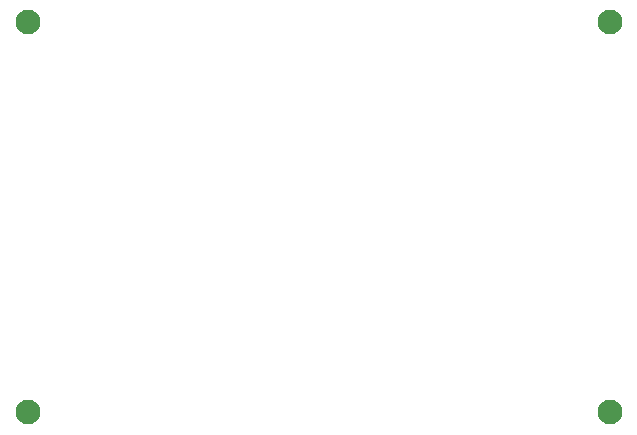
<source format=gbr>
%TF.GenerationSoftware,KiCad,Pcbnew,(6.0.0)*%
%TF.CreationDate,2022-01-07T00:25:38+08:00*%
%TF.ProjectId,pj4_MCU,706a345f-4d43-4552-9e6b-696361645f70,1*%
%TF.SameCoordinates,Original*%
%TF.FileFunction,NonPlated,1,2,NPTH,Drill*%
%TF.FilePolarity,Positive*%
%FSLAX46Y46*%
G04 Gerber Fmt 4.6, Leading zero omitted, Abs format (unit mm)*
G04 Created by KiCad (PCBNEW (6.0.0)) date 2022-01-07 00:25:38*
%MOMM*%
%LPD*%
G01*
G04 APERTURE LIST*
%TA.AperFunction,ComponentDrill*%
%ADD10C,2.100000*%
%TD*%
G04 APERTURE END LIST*
D10*
%TO.C,H1*%
X147320000Y-108204000D03*
%TO.C,H4*%
X147320000Y-141224000D03*
%TO.C,H2*%
X196596000Y-108204000D03*
%TO.C,H3*%
X196596000Y-141224000D03*
M02*

</source>
